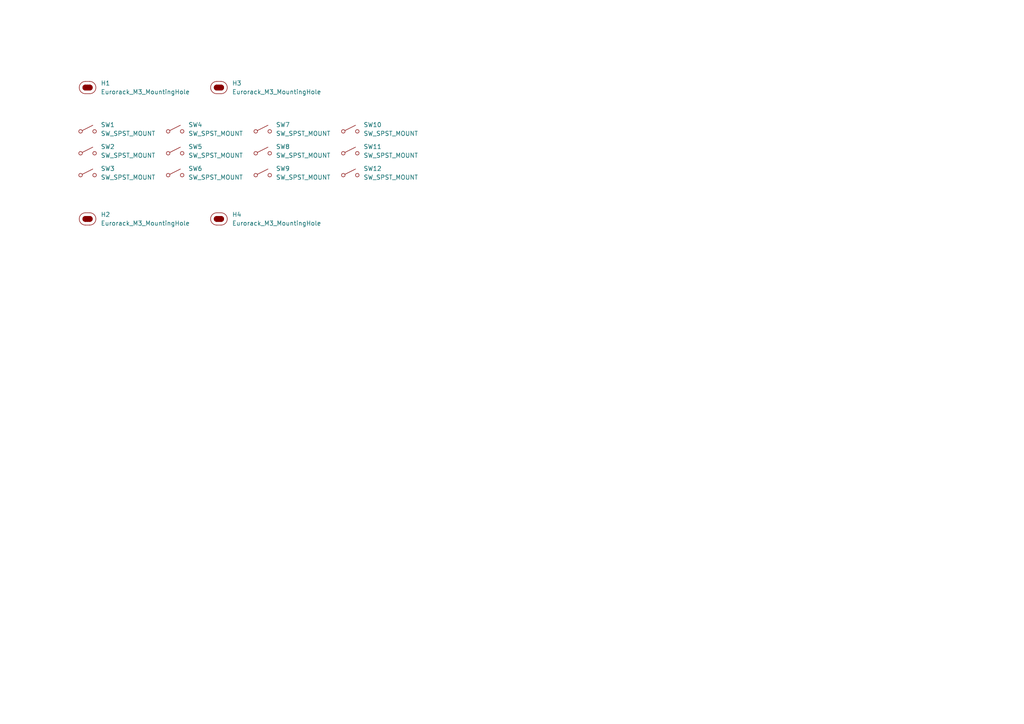
<source format=kicad_sch>
(kicad_sch (version 20250114) (generator "eeschema") (generator_version "9.0")
  (paper "A4")
  (lib_symbols
    (symbol "EXC:Eurorack_M3_MountingHole" (pin_names (offset 1.016))
      (property "Reference" "H" (at 0 5.08 0))
      (property "Value" "Eurorack_M3_MountingHole" (at 0 3.175 0))
      (symbol "Eurorack_M3_MountingHole_0_1"
        (polyline (pts (xy -0.635 0.762) (xy 0.635 0.762)))
        (circle (center -0.635 0) (radius 0.762) (fill (type outline)))
        (arc (start -0.635 -0.762) (mid -1.397 0) (end -0.635 0.762))
        (arc (start -0.635 -1.778) (mid -2.413 0) (end -0.635 1.778))
        (polyline (pts (xy -0.635 -0.762) (xy 0.635 -0.762)))
        (polyline (pts (xy -0.635 -1.778) (xy 0.635 -1.778)))
        (circle (center 0 0) (radius 0.762) (fill (type outline)))
        (polyline (pts (xy 0.635 1.778) (xy -0.635 1.778)))
        (arc (start 0.6141 1.778) (mid 2.4131 0) (end 0.6141 -1.778))
        (arc (start 0.6227 0.762) (mid 1.3971 0) (end 0.6227 -0.762))
        (circle (center 0.635 0) (radius 0.762) (fill (type outline)))
      )
    )
    (symbol "EXC:SW_SPST-Cherry_Panel_Mount" (pin_names (offset 0) (hide yes))
      (property "Reference" "SW" (at 0 3.175 0))
      (property "Value" "SW_SPST_MOUNT" (at 0 -2.032 0))
      (symbol "SW_SPST-Cherry_Panel_Mount_0_0"
        (circle (center -2.032 0) (radius 0.508))
        (polyline (pts (xy -1.524 0.254) (xy 1.524 1.778)))
        (circle (center 2.032 0) (radius 0.508))
      )
    )
  )
  (symbol (lib_id "EXC:SW_SPST-Cherry_Panel_Mount") (at 101.6 50.8 0) (unit 1)
    (property "Reference" "SW12" (at 105.41 48.8949 0) (effects (justify left)))
    (property "Value" "SW_SPST_MOUNT" (at 105.41 51.4349 0) (effects (justify left)))
    (property "Footprint" "EXC:SW_Cherry_MX_1.00u_Mount" (effects (hide yes)))
    (property "Datasheet" "https://hirosarts.com/blog/keycap-dimensions-guide-for-beginners/" (effects (hide yes)))
    (property "Description" "Single Pole Single Throw (SPST) panel-mount switch" (effects (hide yes)))
    (property "Source" "https://www.adafruit.com/product/4954" (effects (hide yes)))
  )
  (symbol (lib_id "EXC:SW_SPST-Cherry_Panel_Mount") (at 101.6 44.45 0) (unit 1)
    (property "Reference" "SW11" (at 105.41 42.5449 0) (effects (justify left)))
    (property "Value" "SW_SPST_MOUNT" (at 105.41 45.0849 0) (effects (justify left)))
    (property "Footprint" "EXC:SW_Cherry_MX_1.00u_Mount" (effects (hide yes)))
    (property "Datasheet" "https://hirosarts.com/blog/keycap-dimensions-guide-for-beginners/" (effects (hide yes)))
    (property "Description" "Single Pole Single Throw (SPST) panel-mount switch" (effects (hide yes)))
    (property "Source" "https://www.adafruit.com/product/4954" (effects (hide yes)))
  )
  (symbol (lib_id "EXC:Eurorack_M3_MountingHole") (at 25.4 63.5 0) (unit 1)
    (property "Reference" "H2" (at 29.21 62.2299 0) (effects (justify left)))
    (property "Value" "Eurorack_M3_MountingHole" (at 29.21 64.7699 0) (effects (justify left)))
    (property "Footprint" "EXC:MountingHole_3.2mm_M3" (effects (hide yes)))
    (property "Description" "Mounting Hole without connection" (effects (hide yes)))
  )
  (symbol (lib_id "EXC:SW_SPST-Cherry_Panel_Mount") (at 50.8 44.45 0) (unit 1)
    (property "Reference" "SW5" (at 54.61 42.5449 0) (effects (justify left)))
    (property "Value" "SW_SPST_MOUNT" (at 54.61 45.0849 0) (effects (justify left)))
    (property "Footprint" "EXC:SW_Cherry_MX_1.00u_Mount" (effects (hide yes)))
    (property "Datasheet" "https://hirosarts.com/blog/keycap-dimensions-guide-for-beginners/" (effects (hide yes)))
    (property "Description" "Single Pole Single Throw (SPST) panel-mount switch" (effects (hide yes)))
    (property "Source" "https://www.adafruit.com/product/4954" (effects (hide yes)))
  )
  (symbol (lib_id "EXC:SW_SPST-Cherry_Panel_Mount") (at 50.8 38.1 0) (unit 1)
    (property "Reference" "SW4" (at 54.61 36.1949 0) (effects (justify left)))
    (property "Value" "SW_SPST_MOUNT" (at 54.61 38.7349 0) (effects (justify left)))
    (property "Footprint" "EXC:SW_Cherry_MX_1.00u_Mount" (effects (hide yes)))
    (property "Datasheet" "https://hirosarts.com/blog/keycap-dimensions-guide-for-beginners/" (effects (hide yes)))
    (property "Description" "Single Pole Single Throw (SPST) panel-mount switch" (effects (hide yes)))
    (property "Source" "https://www.adafruit.com/product/4954" (effects (hide yes)))
  )
  (symbol (lib_id "EXC:Eurorack_M3_MountingHole") (at 63.5 25.4 0) (unit 1)
    (property "Reference" "H3" (at 67.31 24.1299 0) (effects (justify left)))
    (property "Value" "Eurorack_M3_MountingHole" (at 67.31 26.6699 0) (effects (justify left)))
    (property "Footprint" "EXC:MountingHole_3.2mm_M3" (effects (hide yes)))
    (property "Description" "Mounting Hole without connection" (effects (hide yes)))
  )
  (symbol (lib_id "EXC:SW_SPST-Cherry_Panel_Mount") (at 25.4 44.45 0) (unit 1)
    (property "Reference" "SW2" (at 29.21 42.5449 0) (effects (justify left)))
    (property "Value" "SW_SPST_MOUNT" (at 29.21 45.0849 0) (effects (justify left)))
    (property "Footprint" "EXC:SW_Cherry_MX_1.00u_Mount" (effects (hide yes)))
    (property "Datasheet" "https://hirosarts.com/blog/keycap-dimensions-guide-for-beginners/" (effects (hide yes)))
    (property "Description" "Single Pole Single Throw (SPST) panel-mount switch" (effects (hide yes)))
    (property "Source" "https://www.adafruit.com/product/4954" (effects (hide yes)))
  )
  (symbol (lib_id "EXC:SW_SPST-Cherry_Panel_Mount") (at 50.8 50.8 0) (unit 1)
    (property "Reference" "SW6" (at 54.61 48.8949 0) (effects (justify left)))
    (property "Value" "SW_SPST_MOUNT" (at 54.61 51.4349 0) (effects (justify left)))
    (property "Footprint" "EXC:SW_Cherry_MX_1.00u_Mount" (effects (hide yes)))
    (property "Datasheet" "https://hirosarts.com/blog/keycap-dimensions-guide-for-beginners/" (effects (hide yes)))
    (property "Description" "Single Pole Single Throw (SPST) panel-mount switch" (effects (hide yes)))
    (property "Source" "https://www.adafruit.com/product/4954" (effects (hide yes)))
  )
  (symbol (lib_id "EXC:Eurorack_M3_MountingHole") (at 25.4 25.4 0) (unit 1)
    (property "Reference" "H1" (at 29.21 24.1299 0) (effects (justify left)))
    (property "Value" "Eurorack_M3_MountingHole" (at 29.21 26.6699 0) (effects (justify left)))
    (property "Footprint" "EXC:MountingHole_3.2mm_M3" (effects (hide yes)))
    (property "Description" "Mounting Hole without connection" (effects (hide yes)))
  )
  (symbol (lib_id "EXC:SW_SPST-Cherry_Panel_Mount") (at 101.6 38.1 0) (unit 1)
    (property "Reference" "SW10" (at 105.41 36.1949 0) (effects (justify left)))
    (property "Value" "SW_SPST_MOUNT" (at 105.41 38.7349 0) (effects (justify left)))
    (property "Footprint" "EXC:SW_Cherry_MX_1.00u_Mount" (effects (hide yes)))
    (property "Datasheet" "https://hirosarts.com/blog/keycap-dimensions-guide-for-beginners/" (effects (hide yes)))
    (property "Description" "Single Pole Single Throw (SPST) panel-mount switch" (effects (hide yes)))
    (property "Source" "https://www.adafruit.com/product/4954" (effects (hide yes)))
  )
  (symbol (lib_id "EXC:SW_SPST-Cherry_Panel_Mount") (at 76.2 44.45 0) (unit 1)
    (property "Reference" "SW8" (at 80.01 42.5449 0) (effects (justify left)))
    (property "Value" "SW_SPST_MOUNT" (at 80.01 45.0849 0) (effects (justify left)))
    (property "Footprint" "EXC:SW_Cherry_MX_1.00u_Mount" (effects (hide yes)))
    (property "Datasheet" "https://hirosarts.com/blog/keycap-dimensions-guide-for-beginners/" (effects (hide yes)))
    (property "Description" "Single Pole Single Throw (SPST) panel-mount switch" (effects (hide yes)))
    (property "Source" "https://www.adafruit.com/product/4954" (effects (hide yes)))
  )
  (symbol (lib_id "EXC:SW_SPST-Cherry_Panel_Mount") (at 76.2 50.8 0) (unit 1)
    (property "Reference" "SW9" (at 80.01 48.8949 0) (effects (justify left)))
    (property "Value" "SW_SPST_MOUNT" (at 80.01 51.4349 0) (effects (justify left)))
    (property "Footprint" "EXC:SW_Cherry_MX_1.00u_Mount" (effects (hide yes)))
    (property "Datasheet" "https://hirosarts.com/blog/keycap-dimensions-guide-for-beginners/" (effects (hide yes)))
    (property "Description" "Single Pole Single Throw (SPST) panel-mount switch" (effects (hide yes)))
    (property "Source" "https://www.adafruit.com/product/4954" (effects (hide yes)))
  )
  (symbol (lib_id "EXC:SW_SPST-Cherry_Panel_Mount") (at 25.4 50.8 0) (unit 1)
    (property "Reference" "SW3" (at 29.21 48.8949 0) (effects (justify left)))
    (property "Value" "SW_SPST_MOUNT" (at 29.21 51.4349 0) (effects (justify left)))
    (property "Footprint" "EXC:SW_Cherry_MX_1.00u_Mount" (effects (hide yes)))
    (property "Datasheet" "https://hirosarts.com/blog/keycap-dimensions-guide-for-beginners/" (effects (hide yes)))
    (property "Description" "Single Pole Single Throw (SPST) panel-mount switch" (effects (hide yes)))
    (property "Source" "https://www.adafruit.com/product/4954" (effects (hide yes)))
  )
  (symbol (lib_id "EXC:SW_SPST-Cherry_Panel_Mount") (at 76.2 38.1 0) (unit 1)
    (property "Reference" "SW7" (at 80.01 36.1949 0) (effects (justify left)))
    (property "Value" "SW_SPST_MOUNT" (at 80.01 38.7349 0) (effects (justify left)))
    (property "Footprint" "EXC:SW_Cherry_MX_1.00u_Mount" (effects (hide yes)))
    (property "Datasheet" "https://hirosarts.com/blog/keycap-dimensions-guide-for-beginners/" (effects (hide yes)))
    (property "Description" "Single Pole Single Throw (SPST) panel-mount switch" (effects (hide yes)))
    (property "Source" "https://www.adafruit.com/product/4954" (effects (hide yes)))
  )
  (symbol (lib_id "EXC:SW_SPST-Cherry_Panel_Mount") (at 25.4 38.1 0) (unit 1)
    (property "Reference" "SW1" (at 29.21 36.1949 0) (effects (justify left)))
    (property "Value" "SW_SPST_MOUNT" (at 29.21 38.7349 0) (effects (justify left)))
    (property "Footprint" "EXC:SW_Cherry_MX_1.00u_Mount" (effects (hide yes)))
    (property "Datasheet" "https://hirosarts.com/blog/keycap-dimensions-guide-for-beginners/" (effects (hide yes)))
    (property "Description" "Single Pole Single Throw (SPST) panel-mount switch" (effects (hide yes)))
    (property "Source" "https://www.adafruit.com/product/4954" (effects (hide yes)))
  )
  (symbol (lib_id "EXC:Eurorack_M3_MountingHole") (at 63.5 63.5 0) (unit 1)
    (property "Reference" "H4" (at 67.31 62.2299 0) (effects (justify left)))
    (property "Value" "Eurorack_M3_MountingHole" (at 67.31 64.7699 0) (effects (justify left)))
    (property "Footprint" "EXC:MountingHole_3.2mm_M3" (effects (hide yes)))
    (property "Description" "Mounting Hole without connection" (effects (hide yes)))
  )
)
</source>
